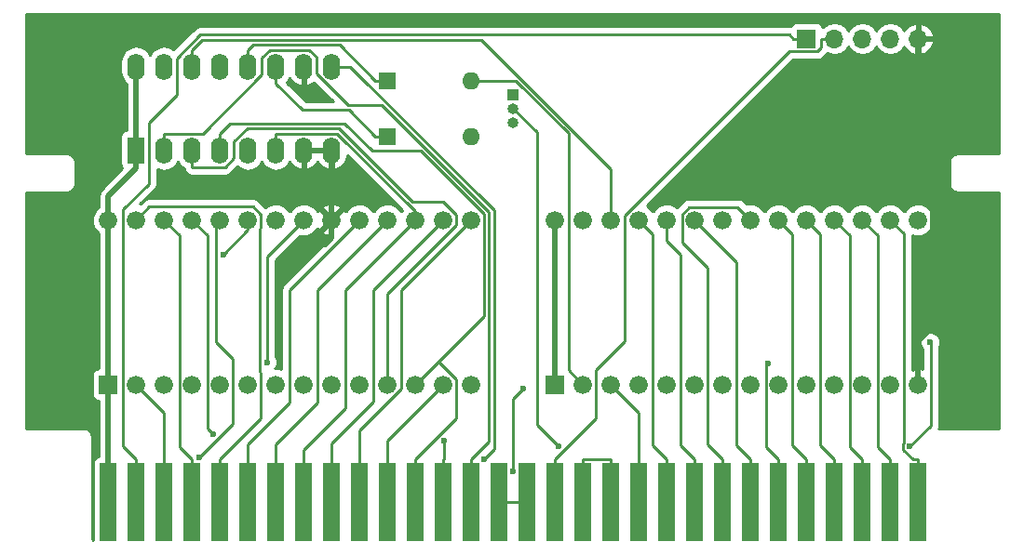
<source format=gbl>
G04 #@! TF.FileFunction,Copper,L2,Bot,Signal*
%FSLAX46Y46*%
G04 Gerber Fmt 4.6, Leading zero omitted, Abs format (unit mm)*
G04 Created by KiCad (PCBNEW 4.0.7) date 05/30/18 10:11:05*
%MOMM*%
%LPD*%
G01*
G04 APERTURE LIST*
%ADD10C,0.150000*%
%ADD11R,1.676400X1.676400*%
%ADD12C,1.676400*%
%ADD13R,1.700000X1.700000*%
%ADD14O,1.700000X1.700000*%
%ADD15R,1.524000X7.112000*%
%ADD16R,1.000000X1.000000*%
%ADD17O,1.000000X1.000000*%
%ADD18R,1.600000X1.600000*%
%ADD19O,1.600000X1.600000*%
%ADD20R,1.600000X2.400000*%
%ADD21O,1.600000X2.400000*%
%ADD22C,0.600000*%
%ADD23C,0.500000*%
%ADD24C,0.250000*%
%ADD25C,0.254000*%
G04 APERTURE END LIST*
D10*
D11*
X95250000Y-105181400D03*
D12*
X97790000Y-105181400D03*
X100330000Y-105181400D03*
X102870000Y-105181400D03*
X105410000Y-105181400D03*
X107950000Y-105181400D03*
X110490000Y-105181400D03*
X113030000Y-105181400D03*
X115570000Y-105181400D03*
X118110000Y-105181400D03*
X120650000Y-105181400D03*
X123190000Y-105181400D03*
X125730000Y-105181400D03*
X128270000Y-105181400D03*
X128270000Y-90170000D03*
X125730000Y-90170000D03*
X123190000Y-90170000D03*
X120650000Y-90170000D03*
X118110000Y-90170000D03*
X115570000Y-90170000D03*
X113030000Y-90170000D03*
X110490000Y-90170000D03*
X107950000Y-90170000D03*
X105410000Y-90170000D03*
X102870000Y-90170000D03*
X100330000Y-90170000D03*
X97790000Y-90170000D03*
X95250000Y-90170000D03*
D11*
X135890000Y-105181400D03*
D12*
X138430000Y-105181400D03*
X140970000Y-105181400D03*
X143510000Y-105181400D03*
X146050000Y-105181400D03*
X148590000Y-105181400D03*
X151130000Y-105181400D03*
X153670000Y-105181400D03*
X156210000Y-105181400D03*
X158750000Y-105181400D03*
X161290000Y-105181400D03*
X163830000Y-105181400D03*
X166370000Y-105181400D03*
X168910000Y-105181400D03*
X168910000Y-90170000D03*
X166370000Y-90170000D03*
X163830000Y-90170000D03*
X161290000Y-90170000D03*
X158750000Y-90170000D03*
X156210000Y-90170000D03*
X153670000Y-90170000D03*
X151130000Y-90170000D03*
X148590000Y-90170000D03*
X146050000Y-90170000D03*
X143510000Y-90170000D03*
X140970000Y-90170000D03*
X138430000Y-90170000D03*
X135890000Y-90170000D03*
D13*
X158750000Y-73660000D03*
D14*
X161290000Y-73660000D03*
X163830000Y-73660000D03*
X166370000Y-73660000D03*
X168910000Y-73660000D03*
D15*
X168910000Y-115887500D03*
X166370000Y-115887500D03*
X163830000Y-115887500D03*
X161290000Y-115887500D03*
X158750000Y-115887500D03*
X156210000Y-115887500D03*
X153670000Y-115887500D03*
X151130000Y-115887500D03*
X148590000Y-115887500D03*
X146050000Y-115887500D03*
X143510000Y-115887500D03*
X140970000Y-115887500D03*
X138430000Y-115887500D03*
X135890000Y-115887500D03*
X133350000Y-115887500D03*
X130810000Y-115887500D03*
X128270000Y-115887500D03*
X125730000Y-115887500D03*
X123190000Y-115887500D03*
X120650000Y-115887500D03*
X118110000Y-115887500D03*
X115570000Y-115887500D03*
X113030000Y-115887500D03*
X110490000Y-115887500D03*
X107950000Y-115887500D03*
X105410000Y-115887500D03*
X102870000Y-115887500D03*
X100330000Y-115887500D03*
X97790000Y-115887500D03*
X95250000Y-115887500D03*
D16*
X132080000Y-78740000D03*
D17*
X132080000Y-80010000D03*
X132080000Y-81280000D03*
D18*
X120650000Y-77470000D03*
D19*
X128270000Y-77470000D03*
D18*
X120650000Y-82550000D03*
D19*
X128270000Y-82550000D03*
D20*
X97790000Y-83820000D03*
D21*
X115570000Y-76200000D03*
X100330000Y-83820000D03*
X113030000Y-76200000D03*
X102870000Y-83820000D03*
X110490000Y-76200000D03*
X105410000Y-83820000D03*
X107950000Y-76200000D03*
X107950000Y-83820000D03*
X105410000Y-76200000D03*
X110490000Y-83820000D03*
X102870000Y-76200000D03*
X113030000Y-83820000D03*
X100330000Y-76200000D03*
X115570000Y-83820000D03*
X97790000Y-76200000D03*
D22*
X125777300Y-110308700D03*
X114966100Y-92385600D03*
X109677300Y-103129200D03*
X105686300Y-93354600D03*
X103563100Y-111804100D03*
X104767000Y-109712700D03*
X155269100Y-103215500D03*
X168152300Y-110824600D03*
X170006500Y-101291800D03*
X129436800Y-112006200D03*
X132080000Y-113053000D03*
X132972200Y-105572600D03*
X136175100Y-110790800D03*
D23*
X97790000Y-76200000D02*
X97790000Y-83820000D01*
X97790000Y-83820000D02*
X97790000Y-85470300D01*
X135890000Y-90170000D02*
X135890000Y-105181400D01*
X95250000Y-88010300D02*
X95250000Y-90170000D01*
X97790000Y-85470300D02*
X95250000Y-88010300D01*
X95250000Y-115887500D02*
X95250000Y-111881200D01*
X95250000Y-90170000D02*
X95250000Y-105181400D01*
X95250000Y-105181400D02*
X95250000Y-111881200D01*
D24*
X100330000Y-107721400D02*
X100330000Y-115887500D01*
X97790000Y-105181400D02*
X100330000Y-107721400D01*
X125730000Y-115887500D02*
X125730000Y-112006200D01*
X120650000Y-96926600D02*
X120650000Y-105181400D01*
X126903800Y-90672800D02*
X120650000Y-96926600D01*
X126903800Y-89695800D02*
X126903800Y-90672800D01*
X125689500Y-88481500D02*
X126903800Y-89695800D01*
X122917200Y-88481500D02*
X125689500Y-88481500D01*
X116262800Y-81827100D02*
X122917200Y-88481500D01*
X107895200Y-81827100D02*
X116262800Y-81827100D01*
X106680000Y-83042300D02*
X107895200Y-81827100D01*
X106680000Y-84553700D02*
X106680000Y-83042300D01*
X105888400Y-85345300D02*
X106680000Y-84553700D01*
X102870000Y-85345300D02*
X105888400Y-85345300D01*
X102870000Y-83820000D02*
X102870000Y-85345300D01*
X125777300Y-111958900D02*
X125777300Y-110308700D01*
X125730000Y-112006200D02*
X125777300Y-111958900D01*
X105410000Y-83820000D02*
X105410000Y-82294700D01*
X123190000Y-115887500D02*
X123190000Y-112006200D01*
X125288900Y-103082500D02*
X123190000Y-105181400D01*
X126931000Y-104724600D02*
X125288900Y-103082500D01*
X126931000Y-108265200D02*
X126931000Y-104724600D01*
X123190000Y-112006200D02*
X126931000Y-108265200D01*
X106328000Y-81376700D02*
X105410000Y-82294700D01*
X116740100Y-81376700D02*
X106328000Y-81376700D01*
X119256700Y-83893300D02*
X116740100Y-81376700D01*
X123698100Y-83893300D02*
X119256700Y-83893300D01*
X129444600Y-89639800D02*
X123698100Y-83893300D01*
X129444600Y-98926800D02*
X129444600Y-89639800D01*
X125288900Y-103082500D02*
X129444600Y-98926800D01*
X120650000Y-110261400D02*
X125730000Y-105181400D01*
X120650000Y-115887500D02*
X120650000Y-110261400D01*
D23*
X115570000Y-83820000D02*
X115570000Y-90170000D01*
X115570000Y-91781700D02*
X114966100Y-92385600D01*
X115570000Y-90170000D02*
X115570000Y-91781700D01*
X168910000Y-101241700D02*
X168910000Y-105181400D01*
X170231500Y-99920200D02*
X168910000Y-101241700D01*
X170231500Y-76281800D02*
X170231500Y-99920200D01*
X168910000Y-74960300D02*
X170231500Y-76281800D01*
X168910000Y-73660000D02*
X168910000Y-74960300D01*
D24*
X121920000Y-96520000D02*
X128270000Y-90170000D01*
X121920000Y-105569700D02*
X121920000Y-96520000D01*
X118110000Y-109379700D02*
X121920000Y-105569700D01*
X118110000Y-115887500D02*
X118110000Y-109379700D01*
X115570000Y-110520800D02*
X115570000Y-115887500D01*
X119380000Y-106710800D02*
X115570000Y-110520800D01*
X119380000Y-96520000D02*
X119380000Y-106710800D01*
X125730000Y-90170000D02*
X119380000Y-96520000D01*
X123190000Y-89391200D02*
X123190000Y-90170000D01*
X116093500Y-82294700D02*
X123190000Y-89391200D01*
X110490000Y-82294700D02*
X116093500Y-82294700D01*
X110490000Y-83820000D02*
X110490000Y-82294700D01*
X116840000Y-96520000D02*
X123190000Y-90170000D01*
X116840000Y-107310700D02*
X116840000Y-96520000D01*
X113030000Y-111120700D02*
X116840000Y-107310700D01*
X113030000Y-115887500D02*
X113030000Y-111120700D01*
X114300000Y-96520000D02*
X120650000Y-90170000D01*
X114300000Y-106787600D02*
X114300000Y-96520000D01*
X110490000Y-110597600D02*
X114300000Y-106787600D01*
X110490000Y-115887500D02*
X110490000Y-110597600D01*
X111760000Y-96520000D02*
X118110000Y-90170000D01*
X111760000Y-106787600D02*
X111760000Y-96520000D01*
X107950000Y-110597600D02*
X111760000Y-106787600D01*
X107950000Y-115887500D02*
X107950000Y-110597600D01*
X109677300Y-93522700D02*
X113030000Y-90170000D01*
X109677300Y-103129200D02*
X109677300Y-93522700D01*
X100330000Y-83820000D02*
X100330000Y-82294700D01*
X128270000Y-115887500D02*
X128270000Y-112006200D01*
X129895000Y-110381200D02*
X128270000Y-112006200D01*
X129895000Y-89453300D02*
X129895000Y-110381200D01*
X120157400Y-79715700D02*
X129895000Y-89453300D01*
X117088300Y-79715700D02*
X120157400Y-79715700D01*
X114202400Y-76829800D02*
X117088300Y-79715700D01*
X114202400Y-75338800D02*
X114202400Y-76829800D01*
X113538300Y-74674700D02*
X114202400Y-75338800D01*
X109926800Y-74674700D02*
X113538300Y-74674700D01*
X109220000Y-75381500D02*
X109926800Y-74674700D01*
X109220000Y-76936500D02*
X109220000Y-75381500D01*
X103861800Y-82294700D02*
X109220000Y-76936500D01*
X100330000Y-82294700D02*
X103861800Y-82294700D01*
X107950000Y-91090900D02*
X107950000Y-90170000D01*
X105686300Y-93354600D02*
X107950000Y-91090900D01*
X106590300Y-108776900D02*
X103563100Y-111804100D01*
X106590300Y-102806800D02*
X106590300Y-108776900D01*
X105061000Y-101277500D02*
X106590300Y-102806800D01*
X105061000Y-90519000D02*
X105061000Y-101277500D01*
X105410000Y-90170000D02*
X105061000Y-90519000D01*
X104246400Y-109192100D02*
X104767000Y-109712700D01*
X104246400Y-91546400D02*
X104246400Y-109192100D01*
X102870000Y-90170000D02*
X104246400Y-91546400D01*
X101706400Y-91546400D02*
X100330000Y-90170000D01*
X101706400Y-110842600D02*
X101706400Y-91546400D01*
X102870000Y-112006200D02*
X101706400Y-110842600D01*
X102870000Y-115887500D02*
X102870000Y-112006200D01*
X98994500Y-88965500D02*
X97790000Y-90170000D01*
X108400300Y-88965500D02*
X98994500Y-88965500D01*
X109132600Y-89697800D02*
X108400300Y-88965500D01*
X109132600Y-90864000D02*
X109132600Y-89697800D01*
X109045300Y-90951300D02*
X109132600Y-90864000D01*
X109045300Y-104011200D02*
X109045300Y-90951300D01*
X109135900Y-104101800D02*
X109045300Y-104011200D01*
X109135900Y-108280300D02*
X109135900Y-104101800D01*
X105410000Y-112006200D02*
X109135900Y-108280300D01*
X105410000Y-115887500D02*
X105410000Y-112006200D01*
X155046400Y-103438200D02*
X155269100Y-103215500D01*
X155046400Y-110842600D02*
X155046400Y-103438200D01*
X156210000Y-112006200D02*
X155046400Y-110842600D01*
X156210000Y-115887500D02*
X156210000Y-112006200D01*
X137105600Y-103857000D02*
X138430000Y-105181400D01*
X137105500Y-103857000D02*
X137105600Y-103857000D01*
X137105500Y-82291600D02*
X137105500Y-103857000D01*
X132283900Y-77470000D02*
X137105500Y-82291600D01*
X128270000Y-77470000D02*
X132283900Y-77470000D01*
X143510000Y-107721400D02*
X140970000Y-105181400D01*
X143510000Y-115887500D02*
X143510000Y-107721400D01*
X170095500Y-101380800D02*
X170006500Y-101291800D01*
X170095500Y-108881400D02*
X170095500Y-101380800D01*
X168152300Y-110824600D02*
X170095500Y-108881400D01*
X168910000Y-115887500D02*
X168910000Y-112006200D01*
X168449600Y-112006200D02*
X168910000Y-112006200D01*
X167527000Y-111083600D02*
X168449600Y-112006200D01*
X167527000Y-110565600D02*
X167527000Y-111083600D01*
X167583500Y-110509100D02*
X167527000Y-110565600D01*
X167583500Y-91383500D02*
X167583500Y-110509100D01*
X166370000Y-90170000D02*
X167583500Y-91383500D01*
X165206400Y-91546400D02*
X163830000Y-90170000D01*
X165206400Y-110842600D02*
X165206400Y-91546400D01*
X166370000Y-112006200D02*
X165206400Y-110842600D01*
X166370000Y-115887500D02*
X166370000Y-112006200D01*
X162666400Y-91546400D02*
X161290000Y-90170000D01*
X162666400Y-110842600D02*
X162666400Y-91546400D01*
X163830000Y-112006200D02*
X162666400Y-110842600D01*
X163830000Y-115887500D02*
X163830000Y-112006200D01*
X160020000Y-91440000D02*
X158750000Y-90170000D01*
X160020000Y-110736200D02*
X160020000Y-91440000D01*
X161290000Y-112006200D02*
X160020000Y-110736200D01*
X161290000Y-115887500D02*
X161290000Y-112006200D01*
X157480000Y-91440000D02*
X156210000Y-90170000D01*
X157480000Y-110736200D02*
X157480000Y-91440000D01*
X158750000Y-112006200D02*
X157480000Y-110736200D01*
X158750000Y-115887500D02*
X158750000Y-112006200D01*
X149768600Y-110644800D02*
X151130000Y-112006200D01*
X149768600Y-94552600D02*
X149768600Y-110644800D01*
X147426400Y-92210400D02*
X149768600Y-94552600D01*
X147426400Y-89669700D02*
X147426400Y-92210400D01*
X148102300Y-88993800D02*
X147426400Y-89669700D01*
X152493800Y-88993800D02*
X148102300Y-88993800D01*
X153670000Y-90170000D02*
X152493800Y-88993800D01*
X151130000Y-115887500D02*
X151130000Y-112006200D01*
X152400000Y-110736200D02*
X153670000Y-112006200D01*
X152400000Y-93980000D02*
X152400000Y-110736200D01*
X148590000Y-90170000D02*
X152400000Y-93980000D01*
X153670000Y-115887500D02*
X153670000Y-112006200D01*
X146050000Y-92073100D02*
X146050000Y-90170000D01*
X147320000Y-93343100D02*
X146050000Y-92073100D01*
X147320000Y-110736200D02*
X147320000Y-93343100D01*
X148590000Y-112006200D02*
X147320000Y-110736200D01*
X148590000Y-115887500D02*
X148590000Y-112006200D01*
X144780000Y-91440000D02*
X143510000Y-90170000D01*
X144780000Y-110736200D02*
X144780000Y-91440000D01*
X146050000Y-112006200D02*
X144780000Y-110736200D01*
X146050000Y-115887500D02*
X146050000Y-112006200D01*
X140970000Y-85519200D02*
X140970000Y-90170000D01*
X129197400Y-73746600D02*
X140970000Y-85519200D01*
X103798100Y-73746600D02*
X129197400Y-73746600D01*
X102870000Y-74674700D02*
X103798100Y-73746600D01*
X102870000Y-76200000D02*
X102870000Y-74674700D01*
X97790000Y-115887500D02*
X97790000Y-112006200D01*
X158750000Y-73660000D02*
X157574700Y-73660000D01*
X96599400Y-110815600D02*
X97790000Y-112006200D01*
X96599400Y-89198300D02*
X96599400Y-110815600D01*
X98915400Y-86882300D02*
X96599400Y-89198300D01*
X98915400Y-81286900D02*
X98915400Y-86882300D01*
X101455400Y-78746900D02*
X98915400Y-81286900D01*
X101455400Y-75452400D02*
X101455400Y-78746900D01*
X103611600Y-73296200D02*
X101455400Y-75452400D01*
X157210900Y-73296200D02*
X103611600Y-73296200D01*
X157574700Y-73660000D02*
X157210900Y-73296200D01*
X160114700Y-74468100D02*
X160114700Y-73660000D01*
X159747500Y-74835300D02*
X160114700Y-74468100D01*
X157190300Y-74835300D02*
X159747500Y-74835300D01*
X142240000Y-89785600D02*
X157190300Y-74835300D01*
X142240000Y-101241800D02*
X142240000Y-89785600D01*
X139622300Y-103859500D02*
X142240000Y-101241800D01*
X139622300Y-108273900D02*
X139622300Y-103859500D01*
X135890000Y-112006200D02*
X139622300Y-108273900D01*
X135890000Y-115887500D02*
X135890000Y-112006200D01*
X161290000Y-73660000D02*
X160114700Y-73660000D01*
X130397500Y-111045500D02*
X129436800Y-112006200D01*
X130397500Y-89318900D02*
X130397500Y-111045500D01*
X117278600Y-76200000D02*
X130397500Y-89318900D01*
X115570000Y-76200000D02*
X117278600Y-76200000D01*
X132080000Y-106464800D02*
X132972200Y-105572600D01*
X132080000Y-113053000D02*
X132080000Y-106464800D01*
X138430000Y-112006200D02*
X140970000Y-112006200D01*
X138430000Y-115887500D02*
X138430000Y-112006200D01*
X140970000Y-115887500D02*
X140970000Y-112006200D01*
X130810000Y-115887500D02*
X133350000Y-115887500D01*
X134236600Y-108852300D02*
X136175100Y-110790800D01*
X134236600Y-82166600D02*
X134236600Y-108852300D01*
X132080000Y-80010000D02*
X134236600Y-82166600D01*
X120650000Y-77470000D02*
X119524700Y-77470000D01*
X107950000Y-76200000D02*
X107950000Y-74674700D01*
X108400300Y-74224400D02*
X107950000Y-74674700D01*
X116279100Y-74224400D02*
X108400300Y-74224400D01*
X119524700Y-77470000D02*
X116279100Y-74224400D01*
X117140800Y-80166100D02*
X119524700Y-82550000D01*
X112930800Y-80166100D02*
X117140800Y-80166100D01*
X110490000Y-77725300D02*
X112930800Y-80166100D01*
X110490000Y-76200000D02*
X110490000Y-77725300D01*
X120650000Y-82550000D02*
X119524700Y-82550000D01*
D25*
G36*
X176229100Y-84149100D02*
X172491100Y-84149100D01*
X172199495Y-84207104D01*
X171952285Y-84372285D01*
X171787104Y-84619495D01*
X171729100Y-84911100D01*
X171729100Y-86911100D01*
X171787104Y-87202705D01*
X171952285Y-87449915D01*
X172199495Y-87615096D01*
X172491100Y-87673100D01*
X176229100Y-87673100D01*
X176229100Y-109149100D01*
X170991100Y-109149100D01*
X170785826Y-109189932D01*
X170797648Y-109172239D01*
X170855500Y-108881400D01*
X170855500Y-101685319D01*
X170941338Y-101478599D01*
X170941662Y-101106633D01*
X170799617Y-100762857D01*
X170536827Y-100499608D01*
X170193299Y-100356962D01*
X169821333Y-100356638D01*
X169477557Y-100498683D01*
X169214308Y-100761473D01*
X169071662Y-101105001D01*
X169071338Y-101476967D01*
X169213383Y-101820743D01*
X169335500Y-101943073D01*
X169335500Y-103768676D01*
X169135903Y-103696423D01*
X168550431Y-103723011D01*
X168343500Y-103808725D01*
X168343500Y-91529926D01*
X168615677Y-91642944D01*
X169201752Y-91643455D01*
X169743411Y-91419647D01*
X170158190Y-91005591D01*
X170382944Y-90464323D01*
X170383455Y-89878248D01*
X170159647Y-89336589D01*
X169745591Y-88921810D01*
X169204323Y-88697056D01*
X168618248Y-88696545D01*
X168076589Y-88920353D01*
X167661810Y-89334409D01*
X167640225Y-89386392D01*
X167619647Y-89336589D01*
X167205591Y-88921810D01*
X166664323Y-88697056D01*
X166078248Y-88696545D01*
X165536589Y-88920353D01*
X165121810Y-89334409D01*
X165100225Y-89386392D01*
X165079647Y-89336589D01*
X164665591Y-88921810D01*
X164124323Y-88697056D01*
X163538248Y-88696545D01*
X162996589Y-88920353D01*
X162581810Y-89334409D01*
X162560225Y-89386392D01*
X162539647Y-89336589D01*
X162125591Y-88921810D01*
X161584323Y-88697056D01*
X160998248Y-88696545D01*
X160456589Y-88920353D01*
X160041810Y-89334409D01*
X160020225Y-89386392D01*
X159999647Y-89336589D01*
X159585591Y-88921810D01*
X159044323Y-88697056D01*
X158458248Y-88696545D01*
X157916589Y-88920353D01*
X157501810Y-89334409D01*
X157480225Y-89386392D01*
X157459647Y-89336589D01*
X157045591Y-88921810D01*
X156504323Y-88697056D01*
X155918248Y-88696545D01*
X155376589Y-88920353D01*
X154961810Y-89334409D01*
X154940225Y-89386392D01*
X154919647Y-89336589D01*
X154505591Y-88921810D01*
X153964323Y-88697056D01*
X153378248Y-88696545D01*
X153302603Y-88727801D01*
X153031201Y-88456399D01*
X152784639Y-88291652D01*
X152493800Y-88233800D01*
X148102300Y-88233800D01*
X147811461Y-88291652D01*
X147564899Y-88456399D01*
X146992446Y-89028852D01*
X146885591Y-88921810D01*
X146344323Y-88697056D01*
X145758248Y-88696545D01*
X145216589Y-88920353D01*
X144801810Y-89334409D01*
X144780225Y-89386392D01*
X144759647Y-89336589D01*
X144345591Y-88921810D01*
X144227590Y-88872812D01*
X157505102Y-75595300D01*
X159747500Y-75595300D01*
X160038339Y-75537448D01*
X160284901Y-75372701D01*
X160646683Y-75010919D01*
X160721715Y-75061054D01*
X161290000Y-75174093D01*
X161858285Y-75061054D01*
X162340054Y-74739147D01*
X162560000Y-74409974D01*
X162779946Y-74739147D01*
X163261715Y-75061054D01*
X163830000Y-75174093D01*
X164398285Y-75061054D01*
X164880054Y-74739147D01*
X165100000Y-74409974D01*
X165319946Y-74739147D01*
X165801715Y-75061054D01*
X166370000Y-75174093D01*
X166938285Y-75061054D01*
X167420054Y-74739147D01*
X167647702Y-74398447D01*
X167714817Y-74541358D01*
X168143076Y-74931645D01*
X168553110Y-75101476D01*
X168783000Y-74980155D01*
X168783000Y-73787000D01*
X169037000Y-73787000D01*
X169037000Y-74980155D01*
X169266890Y-75101476D01*
X169676924Y-74931645D01*
X170105183Y-74541358D01*
X170351486Y-74016892D01*
X170230819Y-73787000D01*
X169037000Y-73787000D01*
X168783000Y-73787000D01*
X168763000Y-73787000D01*
X168763000Y-73533000D01*
X168783000Y-73533000D01*
X168783000Y-72339845D01*
X169037000Y-72339845D01*
X169037000Y-73533000D01*
X170230819Y-73533000D01*
X170351486Y-73303108D01*
X170105183Y-72778642D01*
X169676924Y-72388355D01*
X169266890Y-72218524D01*
X169037000Y-72339845D01*
X168783000Y-72339845D01*
X168553110Y-72218524D01*
X168143076Y-72388355D01*
X167714817Y-72778642D01*
X167647702Y-72921553D01*
X167420054Y-72580853D01*
X166938285Y-72258946D01*
X166370000Y-72145907D01*
X165801715Y-72258946D01*
X165319946Y-72580853D01*
X165100000Y-72910026D01*
X164880054Y-72580853D01*
X164398285Y-72258946D01*
X163830000Y-72145907D01*
X163261715Y-72258946D01*
X162779946Y-72580853D01*
X162560000Y-72910026D01*
X162340054Y-72580853D01*
X161858285Y-72258946D01*
X161290000Y-72145907D01*
X160721715Y-72258946D01*
X160239946Y-72580853D01*
X160212150Y-72622452D01*
X160203162Y-72574683D01*
X160064090Y-72358559D01*
X159851890Y-72213569D01*
X159600000Y-72162560D01*
X157900000Y-72162560D01*
X157664683Y-72206838D01*
X157448559Y-72345910D01*
X157305660Y-72555049D01*
X157210900Y-72536200D01*
X103611600Y-72536200D01*
X103320760Y-72594052D01*
X103074199Y-72758799D01*
X101188209Y-74644789D01*
X100879151Y-74438283D01*
X100330000Y-74329050D01*
X99780849Y-74438283D01*
X99315302Y-74749352D01*
X99060000Y-75131438D01*
X98804698Y-74749352D01*
X98339151Y-74438283D01*
X97790000Y-74329050D01*
X97240849Y-74438283D01*
X96775302Y-74749352D01*
X96464233Y-75214899D01*
X96355000Y-75764050D01*
X96355000Y-76635950D01*
X96464233Y-77185101D01*
X96775302Y-77650648D01*
X96905000Y-77737310D01*
X96905000Y-81988554D01*
X96754683Y-82016838D01*
X96538559Y-82155910D01*
X96393569Y-82368110D01*
X96342560Y-82620000D01*
X96342560Y-85020000D01*
X96386838Y-85255317D01*
X96525910Y-85471441D01*
X96532665Y-85476056D01*
X94624210Y-87384510D01*
X94432367Y-87671625D01*
X94432367Y-87671626D01*
X94364999Y-88010300D01*
X94365000Y-88010305D01*
X94365000Y-88971852D01*
X94001810Y-89334409D01*
X93777056Y-89875677D01*
X93776545Y-90461752D01*
X94000353Y-91003411D01*
X94365000Y-91368695D01*
X94365000Y-103704566D01*
X94176483Y-103740038D01*
X93960359Y-103879110D01*
X93815369Y-104091310D01*
X93764360Y-104343200D01*
X93764360Y-106019600D01*
X93808638Y-106254917D01*
X93947710Y-106471041D01*
X94159910Y-106616031D01*
X94365000Y-106657563D01*
X94365000Y-111707204D01*
X94252683Y-111728338D01*
X94036559Y-111867410D01*
X93891569Y-112079610D01*
X93840560Y-112331500D01*
X93840560Y-119358297D01*
X93793993Y-119288604D01*
X93753100Y-119083022D01*
X93753100Y-109911100D01*
X93695096Y-109619495D01*
X93529915Y-109372285D01*
X93282705Y-109207104D01*
X92991100Y-109149100D01*
X87753100Y-109149100D01*
X87753100Y-87673100D01*
X91491100Y-87673100D01*
X91782705Y-87615096D01*
X92029915Y-87449915D01*
X92195096Y-87202705D01*
X92253100Y-86911100D01*
X92253100Y-84911100D01*
X92195096Y-84619495D01*
X92029915Y-84372285D01*
X91782705Y-84207104D01*
X91491100Y-84149100D01*
X87753100Y-84149100D01*
X87753100Y-71443100D01*
X176229100Y-71443100D01*
X176229100Y-84149100D01*
X176229100Y-84149100D01*
G37*
X176229100Y-84149100D02*
X172491100Y-84149100D01*
X172199495Y-84207104D01*
X171952285Y-84372285D01*
X171787104Y-84619495D01*
X171729100Y-84911100D01*
X171729100Y-86911100D01*
X171787104Y-87202705D01*
X171952285Y-87449915D01*
X172199495Y-87615096D01*
X172491100Y-87673100D01*
X176229100Y-87673100D01*
X176229100Y-109149100D01*
X170991100Y-109149100D01*
X170785826Y-109189932D01*
X170797648Y-109172239D01*
X170855500Y-108881400D01*
X170855500Y-101685319D01*
X170941338Y-101478599D01*
X170941662Y-101106633D01*
X170799617Y-100762857D01*
X170536827Y-100499608D01*
X170193299Y-100356962D01*
X169821333Y-100356638D01*
X169477557Y-100498683D01*
X169214308Y-100761473D01*
X169071662Y-101105001D01*
X169071338Y-101476967D01*
X169213383Y-101820743D01*
X169335500Y-101943073D01*
X169335500Y-103768676D01*
X169135903Y-103696423D01*
X168550431Y-103723011D01*
X168343500Y-103808725D01*
X168343500Y-91529926D01*
X168615677Y-91642944D01*
X169201752Y-91643455D01*
X169743411Y-91419647D01*
X170158190Y-91005591D01*
X170382944Y-90464323D01*
X170383455Y-89878248D01*
X170159647Y-89336589D01*
X169745591Y-88921810D01*
X169204323Y-88697056D01*
X168618248Y-88696545D01*
X168076589Y-88920353D01*
X167661810Y-89334409D01*
X167640225Y-89386392D01*
X167619647Y-89336589D01*
X167205591Y-88921810D01*
X166664323Y-88697056D01*
X166078248Y-88696545D01*
X165536589Y-88920353D01*
X165121810Y-89334409D01*
X165100225Y-89386392D01*
X165079647Y-89336589D01*
X164665591Y-88921810D01*
X164124323Y-88697056D01*
X163538248Y-88696545D01*
X162996589Y-88920353D01*
X162581810Y-89334409D01*
X162560225Y-89386392D01*
X162539647Y-89336589D01*
X162125591Y-88921810D01*
X161584323Y-88697056D01*
X160998248Y-88696545D01*
X160456589Y-88920353D01*
X160041810Y-89334409D01*
X160020225Y-89386392D01*
X159999647Y-89336589D01*
X159585591Y-88921810D01*
X159044323Y-88697056D01*
X158458248Y-88696545D01*
X157916589Y-88920353D01*
X157501810Y-89334409D01*
X157480225Y-89386392D01*
X157459647Y-89336589D01*
X157045591Y-88921810D01*
X156504323Y-88697056D01*
X155918248Y-88696545D01*
X155376589Y-88920353D01*
X154961810Y-89334409D01*
X154940225Y-89386392D01*
X154919647Y-89336589D01*
X154505591Y-88921810D01*
X153964323Y-88697056D01*
X153378248Y-88696545D01*
X153302603Y-88727801D01*
X153031201Y-88456399D01*
X152784639Y-88291652D01*
X152493800Y-88233800D01*
X148102300Y-88233800D01*
X147811461Y-88291652D01*
X147564899Y-88456399D01*
X146992446Y-89028852D01*
X146885591Y-88921810D01*
X146344323Y-88697056D01*
X145758248Y-88696545D01*
X145216589Y-88920353D01*
X144801810Y-89334409D01*
X144780225Y-89386392D01*
X144759647Y-89336589D01*
X144345591Y-88921810D01*
X144227590Y-88872812D01*
X157505102Y-75595300D01*
X159747500Y-75595300D01*
X160038339Y-75537448D01*
X160284901Y-75372701D01*
X160646683Y-75010919D01*
X160721715Y-75061054D01*
X161290000Y-75174093D01*
X161858285Y-75061054D01*
X162340054Y-74739147D01*
X162560000Y-74409974D01*
X162779946Y-74739147D01*
X163261715Y-75061054D01*
X163830000Y-75174093D01*
X164398285Y-75061054D01*
X164880054Y-74739147D01*
X165100000Y-74409974D01*
X165319946Y-74739147D01*
X165801715Y-75061054D01*
X166370000Y-75174093D01*
X166938285Y-75061054D01*
X167420054Y-74739147D01*
X167647702Y-74398447D01*
X167714817Y-74541358D01*
X168143076Y-74931645D01*
X168553110Y-75101476D01*
X168783000Y-74980155D01*
X168783000Y-73787000D01*
X169037000Y-73787000D01*
X169037000Y-74980155D01*
X169266890Y-75101476D01*
X169676924Y-74931645D01*
X170105183Y-74541358D01*
X170351486Y-74016892D01*
X170230819Y-73787000D01*
X169037000Y-73787000D01*
X168783000Y-73787000D01*
X168763000Y-73787000D01*
X168763000Y-73533000D01*
X168783000Y-73533000D01*
X168783000Y-72339845D01*
X169037000Y-72339845D01*
X169037000Y-73533000D01*
X170230819Y-73533000D01*
X170351486Y-73303108D01*
X170105183Y-72778642D01*
X169676924Y-72388355D01*
X169266890Y-72218524D01*
X169037000Y-72339845D01*
X168783000Y-72339845D01*
X168553110Y-72218524D01*
X168143076Y-72388355D01*
X167714817Y-72778642D01*
X167647702Y-72921553D01*
X167420054Y-72580853D01*
X166938285Y-72258946D01*
X166370000Y-72145907D01*
X165801715Y-72258946D01*
X165319946Y-72580853D01*
X165100000Y-72910026D01*
X164880054Y-72580853D01*
X164398285Y-72258946D01*
X163830000Y-72145907D01*
X163261715Y-72258946D01*
X162779946Y-72580853D01*
X162560000Y-72910026D01*
X162340054Y-72580853D01*
X161858285Y-72258946D01*
X161290000Y-72145907D01*
X160721715Y-72258946D01*
X160239946Y-72580853D01*
X160212150Y-72622452D01*
X160203162Y-72574683D01*
X160064090Y-72358559D01*
X159851890Y-72213569D01*
X159600000Y-72162560D01*
X157900000Y-72162560D01*
X157664683Y-72206838D01*
X157448559Y-72345910D01*
X157305660Y-72555049D01*
X157210900Y-72536200D01*
X103611600Y-72536200D01*
X103320760Y-72594052D01*
X103074199Y-72758799D01*
X101188209Y-74644789D01*
X100879151Y-74438283D01*
X100330000Y-74329050D01*
X99780849Y-74438283D01*
X99315302Y-74749352D01*
X99060000Y-75131438D01*
X98804698Y-74749352D01*
X98339151Y-74438283D01*
X97790000Y-74329050D01*
X97240849Y-74438283D01*
X96775302Y-74749352D01*
X96464233Y-75214899D01*
X96355000Y-75764050D01*
X96355000Y-76635950D01*
X96464233Y-77185101D01*
X96775302Y-77650648D01*
X96905000Y-77737310D01*
X96905000Y-81988554D01*
X96754683Y-82016838D01*
X96538559Y-82155910D01*
X96393569Y-82368110D01*
X96342560Y-82620000D01*
X96342560Y-85020000D01*
X96386838Y-85255317D01*
X96525910Y-85471441D01*
X96532665Y-85476056D01*
X94624210Y-87384510D01*
X94432367Y-87671625D01*
X94432367Y-87671626D01*
X94364999Y-88010300D01*
X94365000Y-88010305D01*
X94365000Y-88971852D01*
X94001810Y-89334409D01*
X93777056Y-89875677D01*
X93776545Y-90461752D01*
X94000353Y-91003411D01*
X94365000Y-91368695D01*
X94365000Y-103704566D01*
X94176483Y-103740038D01*
X93960359Y-103879110D01*
X93815369Y-104091310D01*
X93764360Y-104343200D01*
X93764360Y-106019600D01*
X93808638Y-106254917D01*
X93947710Y-106471041D01*
X94159910Y-106616031D01*
X94365000Y-106657563D01*
X94365000Y-111707204D01*
X94252683Y-111728338D01*
X94036559Y-111867410D01*
X93891569Y-112079610D01*
X93840560Y-112331500D01*
X93840560Y-119358297D01*
X93793993Y-119288604D01*
X93753100Y-119083022D01*
X93753100Y-109911100D01*
X93695096Y-109619495D01*
X93529915Y-109372285D01*
X93282705Y-109207104D01*
X92991100Y-109149100D01*
X87753100Y-109149100D01*
X87753100Y-87673100D01*
X91491100Y-87673100D01*
X91782705Y-87615096D01*
X92029915Y-87449915D01*
X92195096Y-87202705D01*
X92253100Y-86911100D01*
X92253100Y-84911100D01*
X92195096Y-84619495D01*
X92029915Y-84372285D01*
X91782705Y-84207104D01*
X91491100Y-84149100D01*
X87753100Y-84149100D01*
X87753100Y-71443100D01*
X176229100Y-71443100D01*
X176229100Y-84149100D01*
G36*
X169103748Y-105167258D02*
X169089605Y-105181400D01*
X169103748Y-105195543D01*
X168924143Y-105375148D01*
X168910000Y-105361005D01*
X168895858Y-105375148D01*
X168716253Y-105195543D01*
X168730395Y-105181400D01*
X168716253Y-105167258D01*
X168895858Y-104987653D01*
X168910000Y-105001795D01*
X168924143Y-104987653D01*
X169103748Y-105167258D01*
X169103748Y-105167258D01*
G37*
X169103748Y-105167258D02*
X169089605Y-105181400D01*
X169103748Y-105195543D01*
X168924143Y-105375148D01*
X168910000Y-105361005D01*
X168895858Y-105375148D01*
X168716253Y-105195543D01*
X168730395Y-105181400D01*
X168716253Y-105167258D01*
X168895858Y-104987653D01*
X168910000Y-105001795D01*
X168924143Y-104987653D01*
X169103748Y-105167258D01*
G36*
X128463748Y-105167258D02*
X128449605Y-105181400D01*
X128463748Y-105195543D01*
X128284143Y-105375148D01*
X128270000Y-105361005D01*
X128255858Y-105375148D01*
X128076253Y-105195543D01*
X128090395Y-105181400D01*
X128076253Y-105167258D01*
X128255858Y-104987653D01*
X128270000Y-105001795D01*
X128284143Y-104987653D01*
X128463748Y-105167258D01*
X128463748Y-105167258D01*
G37*
X128463748Y-105167258D02*
X128449605Y-105181400D01*
X128463748Y-105195543D01*
X128284143Y-105375148D01*
X128270000Y-105361005D01*
X128255858Y-105375148D01*
X128076253Y-105195543D01*
X128090395Y-105181400D01*
X128076253Y-105167258D01*
X128255858Y-104987653D01*
X128270000Y-105001795D01*
X128284143Y-104987653D01*
X128463748Y-105167258D01*
G36*
X113157000Y-83693000D02*
X115443000Y-83693000D01*
X115443000Y-83673000D01*
X115697000Y-83673000D01*
X115697000Y-83693000D01*
X115717000Y-83693000D01*
X115717000Y-83947000D01*
X115697000Y-83947000D01*
X115697000Y-85489915D01*
X115919039Y-85611904D01*
X116001819Y-85594367D01*
X116494896Y-85324500D01*
X116847166Y-84886483D01*
X117005000Y-84347000D01*
X117005000Y-84281002D01*
X122000159Y-89276161D01*
X121941810Y-89334409D01*
X121920225Y-89386392D01*
X121899647Y-89336589D01*
X121485591Y-88921810D01*
X120944323Y-88697056D01*
X120358248Y-88696545D01*
X119816589Y-88920353D01*
X119401810Y-89334409D01*
X119380225Y-89386392D01*
X119359647Y-89336589D01*
X118945591Y-88921810D01*
X118404323Y-88697056D01*
X117818248Y-88696545D01*
X117276589Y-88920353D01*
X116861810Y-89334409D01*
X116839559Y-89387995D01*
X116605413Y-89314192D01*
X115749605Y-90170000D01*
X115763748Y-90184143D01*
X115584143Y-90363748D01*
X115570000Y-90349605D01*
X114714192Y-91205413D01*
X114793017Y-91455490D01*
X115344097Y-91654977D01*
X115560027Y-91645171D01*
X111222599Y-95982599D01*
X111057852Y-96229161D01*
X111000000Y-96520000D01*
X111000000Y-103798013D01*
X110784323Y-103708456D01*
X110420795Y-103708139D01*
X110469492Y-103659527D01*
X110612138Y-103315999D01*
X110612462Y-102944033D01*
X110470417Y-102600257D01*
X110437300Y-102567082D01*
X110437300Y-93837502D01*
X112662319Y-91612483D01*
X112735677Y-91642944D01*
X113321752Y-91643455D01*
X113863411Y-91419647D01*
X114278190Y-91005591D01*
X114300441Y-90952005D01*
X114534587Y-91025808D01*
X115390395Y-90170000D01*
X114534587Y-89314192D01*
X114300836Y-89387871D01*
X114279647Y-89336589D01*
X114077998Y-89134587D01*
X114714192Y-89134587D01*
X115570000Y-89990395D01*
X116425808Y-89134587D01*
X116346983Y-88884510D01*
X115795903Y-88685023D01*
X115210431Y-88711611D01*
X114793017Y-88884510D01*
X114714192Y-89134587D01*
X114077998Y-89134587D01*
X113865591Y-88921810D01*
X113324323Y-88697056D01*
X112738248Y-88696545D01*
X112196589Y-88920353D01*
X111781810Y-89334409D01*
X111760225Y-89386392D01*
X111739647Y-89336589D01*
X111325591Y-88921810D01*
X110784323Y-88697056D01*
X110198248Y-88696545D01*
X109656589Y-88920353D01*
X109543173Y-89033571D01*
X108937701Y-88428099D01*
X108691139Y-88263352D01*
X108400300Y-88205500D01*
X98994500Y-88205500D01*
X98703660Y-88263352D01*
X98457099Y-88428099D01*
X98157681Y-88727517D01*
X98148710Y-88723792D01*
X99452801Y-87419701D01*
X99617548Y-87173139D01*
X99675400Y-86882300D01*
X99675400Y-85511258D01*
X99780849Y-85581717D01*
X100330000Y-85690950D01*
X100879151Y-85581717D01*
X101344698Y-85270648D01*
X101600000Y-84888562D01*
X101855302Y-85270648D01*
X102131915Y-85455475D01*
X102167852Y-85636139D01*
X102332599Y-85882701D01*
X102579161Y-86047448D01*
X102870000Y-86105300D01*
X105888400Y-86105300D01*
X106179239Y-86047448D01*
X106425801Y-85882701D01*
X106996777Y-85311725D01*
X107400849Y-85581717D01*
X107950000Y-85690950D01*
X108499151Y-85581717D01*
X108964698Y-85270648D01*
X109220000Y-84888562D01*
X109475302Y-85270648D01*
X109940849Y-85581717D01*
X110490000Y-85690950D01*
X111039151Y-85581717D01*
X111504698Y-85270648D01*
X111757507Y-84892293D01*
X112105104Y-85324500D01*
X112598181Y-85594367D01*
X112680961Y-85611904D01*
X112903000Y-85489915D01*
X112903000Y-83947000D01*
X113157000Y-83947000D01*
X113157000Y-85489915D01*
X113379039Y-85611904D01*
X113461819Y-85594367D01*
X113954896Y-85324500D01*
X114300000Y-84895393D01*
X114645104Y-85324500D01*
X115138181Y-85594367D01*
X115220961Y-85611904D01*
X115443000Y-85489915D01*
X115443000Y-83947000D01*
X113157000Y-83947000D01*
X112903000Y-83947000D01*
X112883000Y-83947000D01*
X112883000Y-83693000D01*
X112903000Y-83693000D01*
X112903000Y-83673000D01*
X113157000Y-83673000D01*
X113157000Y-83693000D01*
X113157000Y-83693000D01*
G37*
X113157000Y-83693000D02*
X115443000Y-83693000D01*
X115443000Y-83673000D01*
X115697000Y-83673000D01*
X115697000Y-83693000D01*
X115717000Y-83693000D01*
X115717000Y-83947000D01*
X115697000Y-83947000D01*
X115697000Y-85489915D01*
X115919039Y-85611904D01*
X116001819Y-85594367D01*
X116494896Y-85324500D01*
X116847166Y-84886483D01*
X117005000Y-84347000D01*
X117005000Y-84281002D01*
X122000159Y-89276161D01*
X121941810Y-89334409D01*
X121920225Y-89386392D01*
X121899647Y-89336589D01*
X121485591Y-88921810D01*
X120944323Y-88697056D01*
X120358248Y-88696545D01*
X119816589Y-88920353D01*
X119401810Y-89334409D01*
X119380225Y-89386392D01*
X119359647Y-89336589D01*
X118945591Y-88921810D01*
X118404323Y-88697056D01*
X117818248Y-88696545D01*
X117276589Y-88920353D01*
X116861810Y-89334409D01*
X116839559Y-89387995D01*
X116605413Y-89314192D01*
X115749605Y-90170000D01*
X115763748Y-90184143D01*
X115584143Y-90363748D01*
X115570000Y-90349605D01*
X114714192Y-91205413D01*
X114793017Y-91455490D01*
X115344097Y-91654977D01*
X115560027Y-91645171D01*
X111222599Y-95982599D01*
X111057852Y-96229161D01*
X111000000Y-96520000D01*
X111000000Y-103798013D01*
X110784323Y-103708456D01*
X110420795Y-103708139D01*
X110469492Y-103659527D01*
X110612138Y-103315999D01*
X110612462Y-102944033D01*
X110470417Y-102600257D01*
X110437300Y-102567082D01*
X110437300Y-93837502D01*
X112662319Y-91612483D01*
X112735677Y-91642944D01*
X113321752Y-91643455D01*
X113863411Y-91419647D01*
X114278190Y-91005591D01*
X114300441Y-90952005D01*
X114534587Y-91025808D01*
X115390395Y-90170000D01*
X114534587Y-89314192D01*
X114300836Y-89387871D01*
X114279647Y-89336589D01*
X114077998Y-89134587D01*
X114714192Y-89134587D01*
X115570000Y-89990395D01*
X116425808Y-89134587D01*
X116346983Y-88884510D01*
X115795903Y-88685023D01*
X115210431Y-88711611D01*
X114793017Y-88884510D01*
X114714192Y-89134587D01*
X114077998Y-89134587D01*
X113865591Y-88921810D01*
X113324323Y-88697056D01*
X112738248Y-88696545D01*
X112196589Y-88920353D01*
X111781810Y-89334409D01*
X111760225Y-89386392D01*
X111739647Y-89336589D01*
X111325591Y-88921810D01*
X110784323Y-88697056D01*
X110198248Y-88696545D01*
X109656589Y-88920353D01*
X109543173Y-89033571D01*
X108937701Y-88428099D01*
X108691139Y-88263352D01*
X108400300Y-88205500D01*
X98994500Y-88205500D01*
X98703660Y-88263352D01*
X98457099Y-88428099D01*
X98157681Y-88727517D01*
X98148710Y-88723792D01*
X99452801Y-87419701D01*
X99617548Y-87173139D01*
X99675400Y-86882300D01*
X99675400Y-85511258D01*
X99780849Y-85581717D01*
X100330000Y-85690950D01*
X100879151Y-85581717D01*
X101344698Y-85270648D01*
X101600000Y-84888562D01*
X101855302Y-85270648D01*
X102131915Y-85455475D01*
X102167852Y-85636139D01*
X102332599Y-85882701D01*
X102579161Y-86047448D01*
X102870000Y-86105300D01*
X105888400Y-86105300D01*
X106179239Y-86047448D01*
X106425801Y-85882701D01*
X106996777Y-85311725D01*
X107400849Y-85581717D01*
X107950000Y-85690950D01*
X108499151Y-85581717D01*
X108964698Y-85270648D01*
X109220000Y-84888562D01*
X109475302Y-85270648D01*
X109940849Y-85581717D01*
X110490000Y-85690950D01*
X111039151Y-85581717D01*
X111504698Y-85270648D01*
X111757507Y-84892293D01*
X112105104Y-85324500D01*
X112598181Y-85594367D01*
X112680961Y-85611904D01*
X112903000Y-85489915D01*
X112903000Y-83947000D01*
X113157000Y-83947000D01*
X113157000Y-85489915D01*
X113379039Y-85611904D01*
X113461819Y-85594367D01*
X113954896Y-85324500D01*
X114300000Y-84895393D01*
X114645104Y-85324500D01*
X115138181Y-85594367D01*
X115220961Y-85611904D01*
X115443000Y-85489915D01*
X115443000Y-83947000D01*
X113157000Y-83947000D01*
X112903000Y-83947000D01*
X112883000Y-83947000D01*
X112883000Y-83693000D01*
X112903000Y-83693000D01*
X112903000Y-83673000D01*
X113157000Y-83673000D01*
X113157000Y-83693000D01*
G36*
X113157000Y-76073000D02*
X113177000Y-76073000D01*
X113177000Y-76327000D01*
X113157000Y-76327000D01*
X113157000Y-77869915D01*
X113379039Y-77991904D01*
X113461819Y-77974367D01*
X113954896Y-77704500D01*
X113976025Y-77678227D01*
X115703898Y-79406100D01*
X113245602Y-79406100D01*
X111495977Y-77656475D01*
X111504698Y-77650648D01*
X111757507Y-77272293D01*
X112105104Y-77704500D01*
X112598181Y-77974367D01*
X112680961Y-77991904D01*
X112903000Y-77869915D01*
X112903000Y-76327000D01*
X112883000Y-76327000D01*
X112883000Y-76073000D01*
X112903000Y-76073000D01*
X112903000Y-76053000D01*
X113157000Y-76053000D01*
X113157000Y-76073000D01*
X113157000Y-76073000D01*
G37*
X113157000Y-76073000D02*
X113177000Y-76073000D01*
X113177000Y-76327000D01*
X113157000Y-76327000D01*
X113157000Y-77869915D01*
X113379039Y-77991904D01*
X113461819Y-77974367D01*
X113954896Y-77704500D01*
X113976025Y-77678227D01*
X115703898Y-79406100D01*
X113245602Y-79406100D01*
X111495977Y-77656475D01*
X111504698Y-77650648D01*
X111757507Y-77272293D01*
X112105104Y-77704500D01*
X112598181Y-77974367D01*
X112680961Y-77991904D01*
X112903000Y-77869915D01*
X112903000Y-76327000D01*
X112883000Y-76327000D01*
X112883000Y-76073000D01*
X112903000Y-76073000D01*
X112903000Y-76053000D01*
X113157000Y-76053000D01*
X113157000Y-76073000D01*
M02*

</source>
